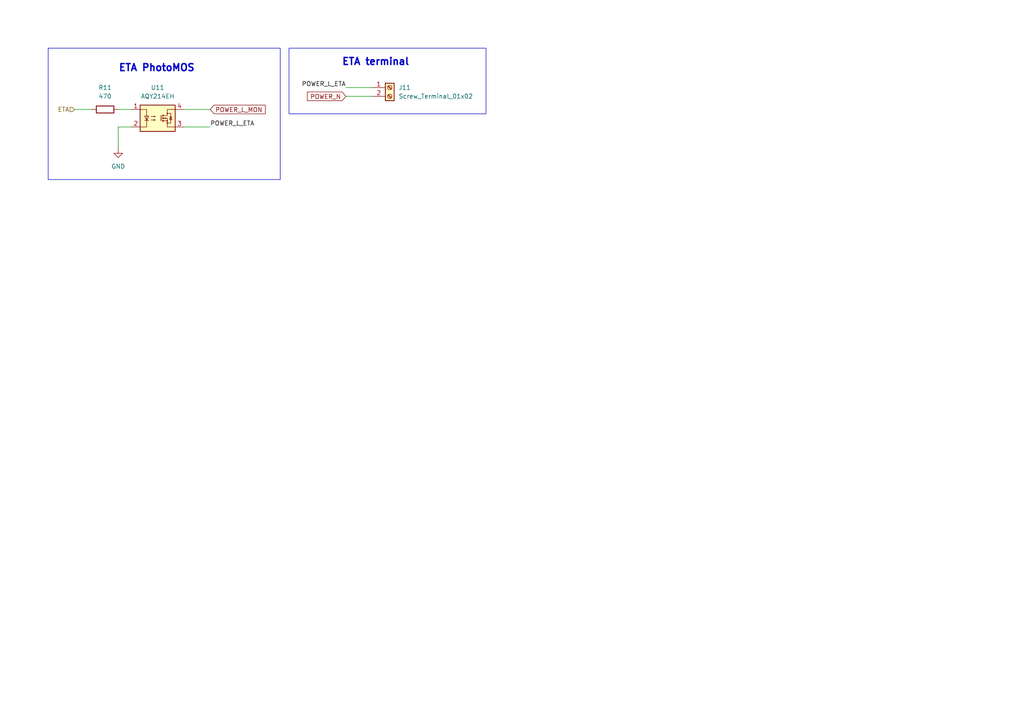
<source format=kicad_sch>
(kicad_sch
	(version 20250114)
	(generator "eeschema")
	(generator_version "9.0")
	(uuid "a33d86e7-b5cc-4066-9b68-ca0d9c6434b2")
	(paper "A4")
	(lib_symbols
		(symbol "Connector:Screw_Terminal_01x02"
			(pin_names
				(offset 1.016)
				(hide yes)
			)
			(exclude_from_sim no)
			(in_bom yes)
			(on_board yes)
			(property "Reference" "J"
				(at 0 2.54 0)
				(effects
					(font
						(size 1.27 1.27)
					)
				)
			)
			(property "Value" "Screw_Terminal_01x02"
				(at 0 -5.08 0)
				(effects
					(font
						(size 1.27 1.27)
					)
				)
			)
			(property "Footprint" ""
				(at 0 0 0)
				(effects
					(font
						(size 1.27 1.27)
					)
					(hide yes)
				)
			)
			(property "Datasheet" "~"
				(at 0 0 0)
				(effects
					(font
						(size 1.27 1.27)
					)
					(hide yes)
				)
			)
			(property "Description" "Generic screw terminal, single row, 01x02, script generated (kicad-library-utils/schlib/autogen/connector/)"
				(at 0 0 0)
				(effects
					(font
						(size 1.27 1.27)
					)
					(hide yes)
				)
			)
			(property "ki_keywords" "screw terminal"
				(at 0 0 0)
				(effects
					(font
						(size 1.27 1.27)
					)
					(hide yes)
				)
			)
			(property "ki_fp_filters" "TerminalBlock*:*"
				(at 0 0 0)
				(effects
					(font
						(size 1.27 1.27)
					)
					(hide yes)
				)
			)
			(symbol "Screw_Terminal_01x02_1_1"
				(rectangle
					(start -1.27 1.27)
					(end 1.27 -3.81)
					(stroke
						(width 0.254)
						(type default)
					)
					(fill
						(type background)
					)
				)
				(polyline
					(pts
						(xy -0.5334 0.3302) (xy 0.3302 -0.508)
					)
					(stroke
						(width 0.1524)
						(type default)
					)
					(fill
						(type none)
					)
				)
				(polyline
					(pts
						(xy -0.5334 -2.2098) (xy 0.3302 -3.048)
					)
					(stroke
						(width 0.1524)
						(type default)
					)
					(fill
						(type none)
					)
				)
				(polyline
					(pts
						(xy -0.3556 0.508) (xy 0.508 -0.3302)
					)
					(stroke
						(width 0.1524)
						(type default)
					)
					(fill
						(type none)
					)
				)
				(polyline
					(pts
						(xy -0.3556 -2.032) (xy 0.508 -2.8702)
					)
					(stroke
						(width 0.1524)
						(type default)
					)
					(fill
						(type none)
					)
				)
				(circle
					(center 0 0)
					(radius 0.635)
					(stroke
						(width 0.1524)
						(type default)
					)
					(fill
						(type none)
					)
				)
				(circle
					(center 0 -2.54)
					(radius 0.635)
					(stroke
						(width 0.1524)
						(type default)
					)
					(fill
						(type none)
					)
				)
				(pin passive line
					(at -5.08 0 0)
					(length 3.81)
					(name "Pin_1"
						(effects
							(font
								(size 1.27 1.27)
							)
						)
					)
					(number "1"
						(effects
							(font
								(size 1.27 1.27)
							)
						)
					)
				)
				(pin passive line
					(at -5.08 -2.54 0)
					(length 3.81)
					(name "Pin_2"
						(effects
							(font
								(size 1.27 1.27)
							)
						)
					)
					(number "2"
						(effects
							(font
								(size 1.27 1.27)
							)
						)
					)
				)
			)
			(embedded_fonts no)
		)
		(symbol "Custom Symbols:AQY214EH"
			(exclude_from_sim no)
			(in_bom yes)
			(on_board yes)
			(property "Reference" "U"
				(at -5.08 5.08 0)
				(effects
					(font
						(size 1.27 1.27)
					)
					(justify left)
				)
			)
			(property "Value" "AQY214EH"
				(at 0 5.08 0)
				(effects
					(font
						(size 1.27 1.27)
					)
					(justify left)
				)
			)
			(property "Footprint" "Package_DIP:DIP-4_W7.62mm"
				(at 0 -5.334 0)
				(effects
					(font
						(size 1.27 1.27)
						(italic yes)
					)
					(hide yes)
				)
			)
			(property "Datasheet" "https://www3.panasonic.biz/ac/e_download/control/relay/photomos/catalog/semi_eng_ge1a_aqy21_e.pdf"
				(at 0 -9.398 0)
				(effects
					(font
						(size 1.27 1.27)
					)
					(hide yes)
				)
			)
			(property "Description" "Solid State Relay (Photo MOSFET) 400V, DIP-4"
				(at 0 -7.366 0)
				(effects
					(font
						(size 1.27 1.27)
					)
					(hide yes)
				)
			)
			(property "ki_keywords" "MOSFET Output Photorelay 1-Form-A NO"
				(at 0 0 0)
				(effects
					(font
						(size 1.27 1.27)
					)
					(hide yes)
				)
			)
			(property "ki_fp_filters" "SO*4.4x3.9mm*P2.54mm*"
				(at 0 0 0)
				(effects
					(font
						(size 1.27 1.27)
					)
					(hide yes)
				)
			)
			(symbol "AQY214EH_0_1"
				(rectangle
					(start -5.08 3.81)
					(end 5.08 -3.81)
					(stroke
						(width 0.254)
						(type default)
					)
					(fill
						(type background)
					)
				)
				(polyline
					(pts
						(xy -5.08 2.54) (xy -3.175 2.54) (xy -3.175 -2.54) (xy -5.08 -2.54)
					)
					(stroke
						(width 0)
						(type default)
					)
					(fill
						(type none)
					)
				)
				(polyline
					(pts
						(xy -3.81 -0.635) (xy -2.54 -0.635)
					)
					(stroke
						(width 0)
						(type default)
					)
					(fill
						(type none)
					)
				)
				(polyline
					(pts
						(xy -3.175 -0.635) (xy -3.81 0.635) (xy -2.54 0.635) (xy -3.175 -0.635)
					)
					(stroke
						(width 0)
						(type default)
					)
					(fill
						(type none)
					)
				)
				(polyline
					(pts
						(xy -1.905 0.508) (xy -0.635 0.508) (xy -1.016 0.381) (xy -1.016 0.635) (xy -0.635 0.508)
					)
					(stroke
						(width 0)
						(type default)
					)
					(fill
						(type none)
					)
				)
				(polyline
					(pts
						(xy -1.905 -0.508) (xy -0.635 -0.508) (xy -1.016 -0.635) (xy -1.016 -0.381) (xy -0.635 -0.508)
					)
					(stroke
						(width 0)
						(type default)
					)
					(fill
						(type none)
					)
				)
				(polyline
					(pts
						(xy 1.016 0.762) (xy 1.016 -0.762)
					)
					(stroke
						(width 0.2032)
						(type default)
					)
					(fill
						(type none)
					)
				)
				(polyline
					(pts
						(xy 1.524 0.762) (xy 2.794 0.762) (xy 2.794 2.54) (xy 5.08 2.54)
					)
					(stroke
						(width 0)
						(type default)
					)
					(fill
						(type none)
					)
				)
				(polyline
					(pts
						(xy 1.524 0) (xy 2.794 0) (xy 2.794 -2.54) (xy 5.08 -2.54)
					)
					(stroke
						(width 0)
						(type default)
					)
					(fill
						(type none)
					)
				)
				(polyline
					(pts
						(xy 1.524 -0.762) (xy 2.794 -0.762)
					)
					(stroke
						(width 0)
						(type default)
					)
					(fill
						(type none)
					)
				)
				(polyline
					(pts
						(xy 1.778 0) (xy 2.286 0.127) (xy 2.286 -0.127) (xy 1.778 0)
					)
					(stroke
						(width 0)
						(type default)
					)
					(fill
						(type none)
					)
				)
				(circle
					(center 2.794 1.397)
					(radius 0.127)
					(stroke
						(width 0)
						(type default)
					)
					(fill
						(type none)
					)
				)
				(circle
					(center 2.794 -0.762)
					(radius 0.127)
					(stroke
						(width 0)
						(type default)
					)
					(fill
						(type none)
					)
				)
				(polyline
					(pts
						(xy 2.794 -1.397) (xy 3.81 -1.397) (xy 3.81 1.397) (xy 2.794 1.397)
					)
					(stroke
						(width 0)
						(type default)
					)
					(fill
						(type none)
					)
				)
				(circle
					(center 2.794 -1.397)
					(radius 0.127)
					(stroke
						(width 0)
						(type default)
					)
					(fill
						(type none)
					)
				)
				(polyline
					(pts
						(xy 3.429 0.381) (xy 4.191 0.381)
					)
					(stroke
						(width 0)
						(type default)
					)
					(fill
						(type none)
					)
				)
				(polyline
					(pts
						(xy 3.81 0.381) (xy 3.429 -0.381) (xy 4.191 -0.381) (xy 3.81 0.381)
					)
					(stroke
						(width 0)
						(type default)
					)
					(fill
						(type none)
					)
				)
			)
			(symbol "AQY214EH_1_1"
				(polyline
					(pts
						(xy 1.524 0.889) (xy 1.524 0.635)
					)
					(stroke
						(width 0.3302)
						(type solid)
					)
					(fill
						(type none)
					)
				)
				(polyline
					(pts
						(xy 1.524 0.127) (xy 1.524 -0.127)
					)
					(stroke
						(width 0.3302)
						(type solid)
					)
					(fill
						(type none)
					)
				)
				(polyline
					(pts
						(xy 1.524 -0.635) (xy 1.524 -0.889)
					)
					(stroke
						(width 0.3302)
						(type solid)
					)
					(fill
						(type none)
					)
				)
				(pin passive line
					(at -7.62 2.54 0)
					(length 2.54)
					(name "~"
						(effects
							(font
								(size 1.27 1.27)
							)
						)
					)
					(number "1"
						(effects
							(font
								(size 1.27 1.27)
							)
						)
					)
				)
				(pin passive line
					(at -7.62 -2.54 0)
					(length 2.54)
					(name "~"
						(effects
							(font
								(size 1.27 1.27)
							)
						)
					)
					(number "2"
						(effects
							(font
								(size 1.27 1.27)
							)
						)
					)
				)
				(pin passive line
					(at 7.62 2.54 180)
					(length 2.54)
					(name "~"
						(effects
							(font
								(size 1.27 1.27)
							)
						)
					)
					(number "4"
						(effects
							(font
								(size 1.27 1.27)
							)
						)
					)
				)
				(pin passive line
					(at 7.62 -2.54 180)
					(length 2.54)
					(name "~"
						(effects
							(font
								(size 1.27 1.27)
							)
						)
					)
					(number "3"
						(effects
							(font
								(size 1.27 1.27)
							)
						)
					)
				)
			)
			(embedded_fonts no)
		)
		(symbol "Device:R"
			(pin_numbers
				(hide yes)
			)
			(pin_names
				(offset 0)
			)
			(exclude_from_sim no)
			(in_bom yes)
			(on_board yes)
			(property "Reference" "R"
				(at 2.032 0 90)
				(effects
					(font
						(size 1.27 1.27)
					)
				)
			)
			(property "Value" "R"
				(at 0 0 90)
				(effects
					(font
						(size 1.27 1.27)
					)
				)
			)
			(property "Footprint" ""
				(at -1.778 0 90)
				(effects
					(font
						(size 1.27 1.27)
					)
					(hide yes)
				)
			)
			(property "Datasheet" "~"
				(at 0 0 0)
				(effects
					(font
						(size 1.27 1.27)
					)
					(hide yes)
				)
			)
			(property "Description" "Resistor"
				(at 0 0 0)
				(effects
					(font
						(size 1.27 1.27)
					)
					(hide yes)
				)
			)
			(property "ki_keywords" "R res resistor"
				(at 0 0 0)
				(effects
					(font
						(size 1.27 1.27)
					)
					(hide yes)
				)
			)
			(property "ki_fp_filters" "R_*"
				(at 0 0 0)
				(effects
					(font
						(size 1.27 1.27)
					)
					(hide yes)
				)
			)
			(symbol "R_0_1"
				(rectangle
					(start -1.016 -2.54)
					(end 1.016 2.54)
					(stroke
						(width 0.254)
						(type default)
					)
					(fill
						(type none)
					)
				)
			)
			(symbol "R_1_1"
				(pin passive line
					(at 0 3.81 270)
					(length 1.27)
					(name "~"
						(effects
							(font
								(size 1.27 1.27)
							)
						)
					)
					(number "1"
						(effects
							(font
								(size 1.27 1.27)
							)
						)
					)
				)
				(pin passive line
					(at 0 -3.81 90)
					(length 1.27)
					(name "~"
						(effects
							(font
								(size 1.27 1.27)
							)
						)
					)
					(number "2"
						(effects
							(font
								(size 1.27 1.27)
							)
						)
					)
				)
			)
			(embedded_fonts no)
		)
		(symbol "power:GND"
			(power)
			(pin_numbers
				(hide yes)
			)
			(pin_names
				(offset 0)
				(hide yes)
			)
			(exclude_from_sim no)
			(in_bom yes)
			(on_board yes)
			(property "Reference" "#PWR"
				(at 0 -6.35 0)
				(effects
					(font
						(size 1.27 1.27)
					)
					(hide yes)
				)
			)
			(property "Value" "GND"
				(at 0 -3.81 0)
				(effects
					(font
						(size 1.27 1.27)
					)
				)
			)
			(property "Footprint" ""
				(at 0 0 0)
				(effects
					(font
						(size 1.27 1.27)
					)
					(hide yes)
				)
			)
			(property "Datasheet" ""
				(at 0 0 0)
				(effects
					(font
						(size 1.27 1.27)
					)
					(hide yes)
				)
			)
			(property "Description" "Power symbol creates a global label with name \"GND\" , ground"
				(at 0 0 0)
				(effects
					(font
						(size 1.27 1.27)
					)
					(hide yes)
				)
			)
			(property "ki_keywords" "global power"
				(at 0 0 0)
				(effects
					(font
						(size 1.27 1.27)
					)
					(hide yes)
				)
			)
			(symbol "GND_0_1"
				(polyline
					(pts
						(xy 0 0) (xy 0 -1.27) (xy 1.27 -1.27) (xy 0 -2.54) (xy -1.27 -1.27) (xy 0 -1.27)
					)
					(stroke
						(width 0)
						(type default)
					)
					(fill
						(type none)
					)
				)
			)
			(symbol "GND_1_1"
				(pin power_in line
					(at 0 0 270)
					(length 0)
					(name "~"
						(effects
							(font
								(size 1.27 1.27)
							)
						)
					)
					(number "1"
						(effects
							(font
								(size 1.27 1.27)
							)
						)
					)
				)
			)
			(embedded_fonts no)
		)
	)
	(rectangle
		(start 83.82 13.97)
		(end 140.97 33.02)
		(stroke
			(width 0)
			(type default)
		)
		(fill
			(type none)
		)
		(uuid 2f10acbb-c292-4a60-b930-85e42a18b13c)
	)
	(rectangle
		(start 13.97 13.97)
		(end 81.28 52.07)
		(stroke
			(width 0)
			(type default)
		)
		(fill
			(type none)
		)
		(uuid c73611d7-7855-467c-ab78-8dfb2766ade3)
	)
	(text "ETA PhotoMOS"
		(exclude_from_sim no)
		(at 45.466 19.812 0)
		(effects
			(font
				(size 2.032 2.032)
				(thickness 0.4064)
				(bold yes)
			)
		)
		(uuid "becba222-a5bf-40b1-98eb-aacaece0b70b")
	)
	(text "ETA terminal"
		(exclude_from_sim no)
		(at 108.966 18.034 0)
		(effects
			(font
				(size 2.032 2.032)
				(thickness 0.4064)
				(bold yes)
			)
		)
		(uuid "eb6e2dbb-a897-49b2-b864-cce01ab1a977")
	)
	(wire
		(pts
			(xy 34.29 36.83) (xy 38.1 36.83)
		)
		(stroke
			(width 0)
			(type default)
		)
		(uuid "31fc3400-b63e-4f9e-93c3-44374507eb75")
	)
	(wire
		(pts
			(xy 34.29 36.83) (xy 34.29 43.18)
		)
		(stroke
			(width 0)
			(type default)
		)
		(uuid "3c8c7a1a-699a-4f8e-b58c-809b7e836308")
	)
	(wire
		(pts
			(xy 100.33 25.4) (xy 107.95 25.4)
		)
		(stroke
			(width 0)
			(type default)
		)
		(uuid "5365b579-835d-4a1f-be27-dfb730430654")
	)
	(wire
		(pts
			(xy 21.59 31.75) (xy 26.67 31.75)
		)
		(stroke
			(width 0)
			(type default)
		)
		(uuid "54a1fef9-0f7d-4bfd-b535-5e44c5e04129")
	)
	(wire
		(pts
			(xy 34.29 31.75) (xy 38.1 31.75)
		)
		(stroke
			(width 0)
			(type default)
		)
		(uuid "97c6fa5b-2068-43bb-9dfe-83211f65eec0")
	)
	(wire
		(pts
			(xy 53.34 36.83) (xy 60.96 36.83)
		)
		(stroke
			(width 0)
			(type default)
		)
		(uuid "9bdc0fef-a4bc-413e-bd69-61add0f1a01d")
	)
	(wire
		(pts
			(xy 100.33 27.94) (xy 107.95 27.94)
		)
		(stroke
			(width 0)
			(type default)
		)
		(uuid "a3264e60-59a2-4801-a33d-954a11838d2d")
	)
	(wire
		(pts
			(xy 53.34 31.75) (xy 60.96 31.75)
		)
		(stroke
			(width 0)
			(type default)
		)
		(uuid "d72ea0c3-630d-49a8-b3ff-7ea7ce96ae95")
	)
	(label "POWER_L_ETA"
		(at 100.33 25.4 180)
		(effects
			(font
				(size 1.27 1.27)
			)
			(justify right bottom)
		)
		(uuid "6ea60d5d-17fb-4cff-abac-4f92922f4f88")
	)
	(label "POWER_L_ETA"
		(at 60.96 36.83 0)
		(effects
			(font
				(size 1.27 1.27)
			)
			(justify left bottom)
		)
		(uuid "e8482585-4d9d-41b5-9326-bbd70019d216")
	)
	(global_label "POWER_N"
		(shape input)
		(at 100.33 27.94 180)
		(fields_autoplaced yes)
		(effects
			(font
				(size 1.27 1.27)
			)
			(justify right)
		)
		(uuid "835a581d-d3fb-472f-a03b-b9a760c68568")
		(property "Intersheetrefs" "${INTERSHEET_REFS}"
			(at 88.5758 27.94 0)
			(effects
				(font
					(size 1.27 1.27)
				)
				(justify right)
				(hide yes)
			)
		)
	)
	(global_label "POWER_L_MON"
		(shape input)
		(at 60.96 31.75 0)
		(fields_autoplaced yes)
		(effects
			(font
				(size 1.27 1.27)
			)
			(justify left)
		)
		(uuid "d2129a81-8019-4a47-92fc-6b93cfcf6b09")
		(property "Intersheetrefs" "${INTERSHEET_REFS}"
			(at 77.4918 31.75 0)
			(effects
				(font
					(size 1.27 1.27)
				)
				(justify left)
				(hide yes)
			)
		)
	)
	(hierarchical_label "ETA"
		(shape input)
		(at 21.59 31.75 180)
		(effects
			(font
				(size 1.27 1.27)
			)
			(justify right)
		)
		(uuid "14f01025-9c32-4c53-830f-5cffad67a9e1")
	)
	(symbol
		(lib_id "Device:R")
		(at 30.48 31.75 270)
		(unit 1)
		(exclude_from_sim no)
		(in_bom yes)
		(on_board yes)
		(dnp no)
		(fields_autoplaced yes)
		(uuid "12530ad6-5c5b-4866-89b5-8dcad63d6cdb")
		(property "Reference" "R5"
			(at 30.48 25.4 90)
			(effects
				(font
					(size 1.27 1.27)
				)
			)
		)
		(property "Value" "470"
			(at 30.48 27.94 90)
			(effects
				(font
					(size 1.27 1.27)
				)
			)
		)
		(property "Footprint" "Resistor_SMD:R_0805_2012Metric_Pad1.20x1.40mm_HandSolder"
			(at 30.48 29.972 90)
			(effects
				(font
					(size 1.27 1.27)
				)
				(hide yes)
			)
		)
		(property "Datasheet" "~"
			(at 30.48 31.75 0)
			(effects
				(font
					(size 1.27 1.27)
				)
				(hide yes)
			)
		)
		(property "Description" "Resistor"
			(at 30.48 31.75 0)
			(effects
				(font
					(size 1.27 1.27)
				)
				(hide yes)
			)
		)
		(pin "2"
			(uuid "3de51d8a-e06c-40e4-9e4c-05f99a36ce2e")
		)
		(pin "1"
			(uuid "bceaaa3d-d617-4769-abeb-d213c6a12fe8")
		)
		(instances
			(project "UnderfloorHeatingController"
				(path "/7f42c8c9-93b7-46f2-bb55-850effcdf72e/51481f93-bc2d-494f-8142-442b6eb66b55/01490a5a-e000-42f5-9f08-4333413eb6af"
					(reference "R11")
					(unit 1)
				)
				(path "/7f42c8c9-93b7-46f2-bb55-850effcdf72e/51481f93-bc2d-494f-8142-442b6eb66b55/1a4758fb-5ec1-4744-aac6-7418e0b34e70"
					(reference "R13")
					(unit 1)
				)
				(path "/7f42c8c9-93b7-46f2-bb55-850effcdf72e/51481f93-bc2d-494f-8142-442b6eb66b55/6941f7d2-cc20-4dfc-a9f3-2286c6a5987d"
					(reference "R9")
					(unit 1)
				)
				(path "/7f42c8c9-93b7-46f2-bb55-850effcdf72e/51481f93-bc2d-494f-8142-442b6eb66b55/748897e5-ea26-4674-ad5c-64d75ac2eeb3"
					(reference "R14")
					(unit 1)
				)
				(path "/7f42c8c9-93b7-46f2-bb55-850effcdf72e/51481f93-bc2d-494f-8142-442b6eb66b55/7af898fb-ffbe-43fe-947e-36caba8541b3"
					(reference "R16")
					(unit 1)
				)
				(path "/7f42c8c9-93b7-46f2-bb55-850effcdf72e/51481f93-bc2d-494f-8142-442b6eb66b55/7d8fe4b4-3844-45e3-b522-03eb3428def1"
					(reference "R5")
					(unit 1)
				)
				(path "/7f42c8c9-93b7-46f2-bb55-850effcdf72e/51481f93-bc2d-494f-8142-442b6eb66b55/8e03ecdc-c678-4b96-86db-2de1ad8ca2ee"
					(reference "R8")
					(unit 1)
				)
				(path "/7f42c8c9-93b7-46f2-bb55-850effcdf72e/51481f93-bc2d-494f-8142-442b6eb66b55/a562d290-553b-4e0a-a3d0-a5f7c675049c"
					(reference "R10")
					(unit 1)
				)
				(path "/7f42c8c9-93b7-46f2-bb55-850effcdf72e/51481f93-bc2d-494f-8142-442b6eb66b55/c7939916-39e3-4aa7-aedf-3492ad3da96a"
					(reference "R12")
					(unit 1)
				)
				(path "/7f42c8c9-93b7-46f2-bb55-850effcdf72e/51481f93-bc2d-494f-8142-442b6eb66b55/cccb3884-7f35-48e0-87e8-77ded1bd8628"
					(reference "R6")
					(unit 1)
				)
				(path "/7f42c8c9-93b7-46f2-bb55-850effcdf72e/51481f93-bc2d-494f-8142-442b6eb66b55/eba63e91-de4d-43f6-b194-d00e24966a23"
					(reference "R15")
					(unit 1)
				)
				(path "/7f42c8c9-93b7-46f2-bb55-850effcdf72e/51481f93-bc2d-494f-8142-442b6eb66b55/febc02e3-53ac-4cef-b597-2d7f7da8ac30"
					(reference "R7")
					(unit 1)
				)
			)
		)
	)
	(symbol
		(lib_id "Connector:Screw_Terminal_01x02")
		(at 113.03 25.4 0)
		(unit 1)
		(exclude_from_sim no)
		(in_bom yes)
		(on_board yes)
		(dnp no)
		(uuid "28247c23-2525-4a70-91f4-5bb24f7f0db6")
		(property "Reference" "J5"
			(at 115.57 25.3999 0)
			(effects
				(font
					(size 1.27 1.27)
				)
				(justify left)
			)
		)
		(property "Value" "Screw_Terminal_01x02"
			(at 115.57 27.9399 0)
			(effects
				(font
					(size 1.27 1.27)
				)
				(justify left)
			)
		)
		(property "Footprint" "TerminalBlock_Phoenix:TerminalBlock_Phoenix_MKDS-1,5-2-5.08_1x02_P5.08mm_Horizontal"
			(at 113.03 25.4 0)
			(effects
				(font
					(size 1.27 1.27)
				)
				(hide yes)
			)
		)
		(property "Datasheet" "~"
			(at 113.03 25.4 0)
			(effects
				(font
					(size 1.27 1.27)
				)
				(hide yes)
			)
		)
		(property "Description" "Generic screw terminal, single row, 01x02, script generated (kicad-library-utils/schlib/autogen/connector/)"
			(at 113.03 25.4 0)
			(effects
				(font
					(size 1.27 1.27)
				)
				(hide yes)
			)
		)
		(pin "1"
			(uuid "7278a058-8940-4895-a3af-b98684a8b258")
		)
		(pin "2"
			(uuid "4904797b-997e-4404-9f62-85dcdd74457c")
		)
		(instances
			(project "UnderfloorHeatingController"
				(path "/7f42c8c9-93b7-46f2-bb55-850effcdf72e/51481f93-bc2d-494f-8142-442b6eb66b55/01490a5a-e000-42f5-9f08-4333413eb6af"
					(reference "J11")
					(unit 1)
				)
				(path "/7f42c8c9-93b7-46f2-bb55-850effcdf72e/51481f93-bc2d-494f-8142-442b6eb66b55/1a4758fb-5ec1-4744-aac6-7418e0b34e70"
					(reference "J13")
					(unit 1)
				)
				(path "/7f42c8c9-93b7-46f2-bb55-850effcdf72e/51481f93-bc2d-494f-8142-442b6eb66b55/6941f7d2-cc20-4dfc-a9f3-2286c6a5987d"
					(reference "J9")
					(unit 1)
				)
				(path "/7f42c8c9-93b7-46f2-bb55-850effcdf72e/51481f93-bc2d-494f-8142-442b6eb66b55/748897e5-ea26-4674-ad5c-64d75ac2eeb3"
					(reference "J14")
					(unit 1)
				)
				(path "/7f42c8c9-93b7-46f2-bb55-850effcdf72e/51481f93-bc2d-494f-8142-442b6eb66b55/7af898fb-ffbe-43fe-947e-36caba8541b3"
					(reference "J16")
					(unit 1)
				)
				(path "/7f42c8c9-93b7-46f2-bb55-850effcdf72e/51481f93-bc2d-494f-8142-442b6eb66b55/7d8fe4b4-3844-45e3-b522-03eb3428def1"
					(reference "J5")
					(unit 1)
				)
				(path "/7f42c8c9-93b7-46f2-bb55-850effcdf72e/51481f93-bc2d-494f-8142-442b6eb66b55/8e03ecdc-c678-4b96-86db-2de1ad8ca2ee"
					(reference "J8")
					(unit 1)
				)
				(path "/7f42c8c9-93b7-46f2-bb55-850effcdf72e/51481f93-bc2d-494f-8142-442b6eb66b55/a562d290-553b-4e0a-a3d0-a5f7c675049c"
					(reference "J10")
					(unit 1)
				)
				(path "/7f42c8c9-93b7-46f2-bb55-850effcdf72e/51481f93-bc2d-494f-8142-442b6eb66b55/c7939916-39e3-4aa7-aedf-3492ad3da96a"
					(reference "J12")
					(unit 1)
				)
				(path "/7f42c8c9-93b7-46f2-bb55-850effcdf72e/51481f93-bc2d-494f-8142-442b6eb66b55/cccb3884-7f35-48e0-87e8-77ded1bd8628"
					(reference "J6")
					(unit 1)
				)
				(path "/7f42c8c9-93b7-46f2-bb55-850effcdf72e/51481f93-bc2d-494f-8142-442b6eb66b55/eba63e91-de4d-43f6-b194-d00e24966a23"
					(reference "J15")
					(unit 1)
				)
				(path "/7f42c8c9-93b7-46f2-bb55-850effcdf72e/51481f93-bc2d-494f-8142-442b6eb66b55/febc02e3-53ac-4cef-b597-2d7f7da8ac30"
					(reference "J7")
					(unit 1)
				)
			)
		)
	)
	(symbol
		(lib_id "power:GND")
		(at 34.29 43.18 0)
		(unit 1)
		(exclude_from_sim no)
		(in_bom yes)
		(on_board yes)
		(dnp no)
		(fields_autoplaced yes)
		(uuid "c8302e62-1868-4ca7-a32b-899201dbdee2")
		(property "Reference" "#PWR012"
			(at 34.29 49.53 0)
			(effects
				(font
					(size 1.27 1.27)
				)
				(hide yes)
			)
		)
		(property "Value" "GND"
			(at 34.29 48.26 0)
			(effects
				(font
					(size 1.27 1.27)
				)
			)
		)
		(property "Footprint" ""
			(at 34.29 43.18 0)
			(effects
				(font
					(size 1.27 1.27)
				)
				(hide yes)
			)
		)
		(property "Datasheet" ""
			(at 34.29 43.18 0)
			(effects
				(font
					(size 1.27 1.27)
				)
				(hide yes)
			)
		)
		(property "Description" "Power symbol creates a global label with name \"GND\" , ground"
			(at 34.29 43.18 0)
			(effects
				(font
					(size 1.27 1.27)
				)
				(hide yes)
			)
		)
		(pin "1"
			(uuid "e2c274fb-3dbf-481a-9a08-6b54b4d08658")
		)
		(instances
			(project "UnderfloorHeatingController"
				(path "/7f42c8c9-93b7-46f2-bb55-850effcdf72e/51481f93-bc2d-494f-8142-442b6eb66b55/01490a5a-e000-42f5-9f08-4333413eb6af"
					(reference "#PWR018")
					(unit 1)
				)
				(path "/7f42c8c9-93b7-46f2-bb55-850effcdf72e/51481f93-bc2d-494f-8142-442b6eb66b55/1a4758fb-5ec1-4744-aac6-7418e0b34e70"
					(reference "#PWR020")
					(unit 1)
				)
				(path "/7f42c8c9-93b7-46f2-bb55-850effcdf72e/51481f93-bc2d-494f-8142-442b6eb66b55/6941f7d2-cc20-4dfc-a9f3-2286c6a5987d"
					(reference "#PWR016")
					(unit 1)
				)
				(path "/7f42c8c9-93b7-46f2-bb55-850effcdf72e/51481f93-bc2d-494f-8142-442b6eb66b55/748897e5-ea26-4674-ad5c-64d75ac2eeb3"
					(reference "#PWR021")
					(unit 1)
				)
				(path "/7f42c8c9-93b7-46f2-bb55-850effcdf72e/51481f93-bc2d-494f-8142-442b6eb66b55/7af898fb-ffbe-43fe-947e-36caba8541b3"
					(reference "#PWR023")
					(unit 1)
				)
				(path "/7f42c8c9-93b7-46f2-bb55-850effcdf72e/51481f93-bc2d-494f-8142-442b6eb66b55/7d8fe4b4-3844-45e3-b522-03eb3428def1"
					(reference "#PWR012")
					(unit 1)
				)
				(path "/7f42c8c9-93b7-46f2-bb55-850effcdf72e/51481f93-bc2d-494f-8142-442b6eb66b55/8e03ecdc-c678-4b96-86db-2de1ad8ca2ee"
					(reference "#PWR015")
					(unit 1)
				)
				(path "/7f42c8c9-93b7-46f2-bb55-850effcdf72e/51481f93-bc2d-494f-8142-442b6eb66b55/a562d290-553b-4e0a-a3d0-a5f7c675049c"
					(reference "#PWR017")
					(unit 1)
				)
				(path "/7f42c8c9-93b7-46f2-bb55-850effcdf72e/51481f93-bc2d-494f-8142-442b6eb66b55/c7939916-39e3-4aa7-aedf-3492ad3da96a"
					(reference "#PWR019")
					(unit 1)
				)
				(path "/7f42c8c9-93b7-46f2-bb55-850effcdf72e/51481f93-bc2d-494f-8142-442b6eb66b55/cccb3884-7f35-48e0-87e8-77ded1bd8628"
					(reference "#PWR013")
					(unit 1)
				)
				(path "/7f42c8c9-93b7-46f2-bb55-850effcdf72e/51481f93-bc2d-494f-8142-442b6eb66b55/eba63e91-de4d-43f6-b194-d00e24966a23"
					(reference "#PWR022")
					(unit 1)
				)
				(path "/7f42c8c9-93b7-46f2-bb55-850effcdf72e/51481f93-bc2d-494f-8142-442b6eb66b55/febc02e3-53ac-4cef-b597-2d7f7da8ac30"
					(reference "#PWR014")
					(unit 1)
				)
			)
		)
	)
	(symbol
		(lib_id "Custom Symbols:AQY214EH")
		(at 45.72 34.29 0)
		(unit 1)
		(exclude_from_sim no)
		(in_bom yes)
		(on_board yes)
		(dnp no)
		(fields_autoplaced yes)
		(uuid "d8badf48-7163-4c09-afee-04eb3e65f087")
		(property "Reference" "U4"
			(at 45.72 25.4 0)
			(effects
				(font
					(size 1.27 1.27)
				)
			)
		)
		(property "Value" "AQY214EH"
			(at 45.72 27.94 0)
			(effects
				(font
					(size 1.27 1.27)
				)
			)
		)
		(property "Footprint" "Package_DIP:DIP-4_W7.62mm"
			(at 45.72 39.624 0)
			(effects
				(font
					(size 1.27 1.27)
					(italic yes)
				)
				(hide yes)
			)
		)
		(property "Datasheet" "https://www3.panasonic.biz/ac/e_download/control/relay/photomos/catalog/semi_eng_ge1a_aqy21_e.pdf"
			(at 45.72 43.688 0)
			(effects
				(font
					(size 1.27 1.27)
				)
				(hide yes)
			)
		)
		(property "Description" "Solid State Relay (Photo MOSFET) 400V, DIP-4"
			(at 45.72 41.656 0)
			(effects
				(font
					(size 1.27 1.27)
				)
				(hide yes)
			)
		)
		(pin "4"
			(uuid "ed3dbfa1-aa40-45a0-9403-8cf6a8b4bca8")
		)
		(pin "3"
			(uuid "d824a15c-678d-4d86-989d-f6454b0028b2")
		)
		(pin "2"
			(uuid "8ce0af29-739c-4d7d-9a9d-34fa72954a76")
		)
		(pin "1"
			(uuid "7a07a826-b784-4993-b847-506fc3a169aa")
		)
		(instances
			(project "UnderfloorHeatingController"
				(path "/7f42c8c9-93b7-46f2-bb55-850effcdf72e/51481f93-bc2d-494f-8142-442b6eb66b55/01490a5a-e000-42f5-9f08-4333413eb6af"
					(reference "U11")
					(unit 1)
				)
				(path "/7f42c8c9-93b7-46f2-bb55-850effcdf72e/51481f93-bc2d-494f-8142-442b6eb66b55/1a4758fb-5ec1-4744-aac6-7418e0b34e70"
					(reference "U13")
					(unit 1)
				)
				(path "/7f42c8c9-93b7-46f2-bb55-850effcdf72e/51481f93-bc2d-494f-8142-442b6eb66b55/6941f7d2-cc20-4dfc-a9f3-2286c6a5987d"
					(reference "U9")
					(unit 1)
				)
				(path "/7f42c8c9-93b7-46f2-bb55-850effcdf72e/51481f93-bc2d-494f-8142-442b6eb66b55/748897e5-ea26-4674-ad5c-64d75ac2eeb3"
					(reference "U14")
					(unit 1)
				)
				(path "/7f42c8c9-93b7-46f2-bb55-850effcdf72e/51481f93-bc2d-494f-8142-442b6eb66b55/7af898fb-ffbe-43fe-947e-36caba8541b3"
					(reference "U16")
					(unit 1)
				)
				(path "/7f42c8c9-93b7-46f2-bb55-850effcdf72e/51481f93-bc2d-494f-8142-442b6eb66b55/7d8fe4b4-3844-45e3-b522-03eb3428def1"
					(reference "U4")
					(unit 1)
				)
				(path "/7f42c8c9-93b7-46f2-bb55-850effcdf72e/51481f93-bc2d-494f-8142-442b6eb66b55/8e03ecdc-c678-4b96-86db-2de1ad8ca2ee"
					(reference "U8")
					(unit 1)
				)
				(path "/7f42c8c9-93b7-46f2-bb55-850effcdf72e/51481f93-bc2d-494f-8142-442b6eb66b55/a562d290-553b-4e0a-a3d0-a5f7c675049c"
					(reference "U10")
					(unit 1)
				)
				(path "/7f42c8c9-93b7-46f2-bb55-850effcdf72e/51481f93-bc2d-494f-8142-442b6eb66b55/c7939916-39e3-4aa7-aedf-3492ad3da96a"
					(reference "U12")
					(unit 1)
				)
				(path "/7f42c8c9-93b7-46f2-bb55-850effcdf72e/51481f93-bc2d-494f-8142-442b6eb66b55/cccb3884-7f35-48e0-87e8-77ded1bd8628"
					(reference "U6")
					(unit 1)
				)
				(path "/7f42c8c9-93b7-46f2-bb55-850effcdf72e/51481f93-bc2d-494f-8142-442b6eb66b55/eba63e91-de4d-43f6-b194-d00e24966a23"
					(reference "U15")
					(unit 1)
				)
				(path "/7f42c8c9-93b7-46f2-bb55-850effcdf72e/51481f93-bc2d-494f-8142-442b6eb66b55/febc02e3-53ac-4cef-b597-2d7f7da8ac30"
					(reference "U7")
					(unit 1)
				)
			)
		)
	)
)

</source>
